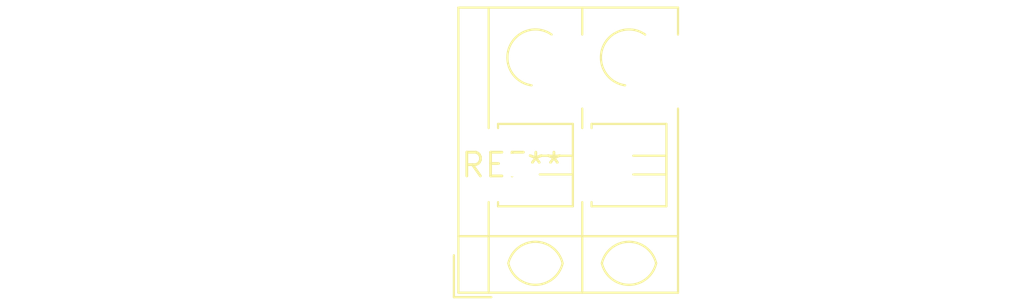
<source format=kicad_pcb>
(kicad_pcb (version 20240108) (generator pcbnew)
  (layers (0 "F.Cu" signal) (31 "B.Cu" signal) (34 "B.Paste" user) (35 "F.Paste" user) (36 "B.SilkS" user "B.Silkscreen") (37 "F.SilkS" user "F.Silkscreen") (38 "B.Mask" user) (39 "F.Mask" user) (44 "Edge.Cuts" user))
  (net 0 "")
  (footprint "TerminalBlock_WAGO_804-102_1x02_P5.00mm_45Degree" (layer "F.Cu") (at 0 0)
    (property "Reference" "REF**")
    (property "Value" "TerminalBlock_WAGO_804-102_1x02_P5.00mm_45Degree")
    (fp_line (start -3.11 4.82) (end -3.11 7.06) (layer "F.SilkS") (stroke (width 0.12)))
    (fp_line (start -3.11 7.06) (end -1.11 7.06) (layer "F.SilkS") (stroke (width 0.12)))
    (fp_line (start -2.87 -8.42) (end -2.87 6.82) (layer "F.SilkS") (stroke (width 0.12)))
    (fp_line (start -2.87 -8.42) (end 8.87 -8.42) (layer "F.SilkS") (stroke (width 0.12)))
    (fp_line (start -2.87 3.8) (end 8.87 3.8) (layer "F.SilkS") (stroke (width 0.12)))
    (fp_line (start -2.87 6.82) (end 8.87 6.82) (layer "F.SilkS") (stroke (width 0.12)))
    (fp_line (start -1.25 -8.42) (end -1.25 -1.98) (layer "F.SilkS") (stroke (width 0.12)))
    (fp_line (start -1.25 1.98) (end -1.25 6.82) (layer "F.SilkS") (stroke (width 0.12)))
    (fp_line (start -0.75 -2.2) (end -0.75 -1.98) (layer "F.SilkS") (stroke (width 0.12)))
    (fp_line (start -0.75 -2.2) (end 3.25 -2.2) (layer "F.SilkS") (stroke (width 0.12)))
    (fp_line (start -0.75 1.98) (end -0.75 2.2) (layer "F.SilkS") (stroke (width 0.12)))
    (fp_line (start -0.75 2.2) (end 3.25 2.2) (layer "F.SilkS") (stroke (width 0.12)))
    (fp_line (start 1.48 -0.5) (end 3.25 -0.5) (layer "F.SilkS") (stroke (width 0.12)))
    (fp_line (start 1.48 0.5) (end 3.25 0.5) (layer "F.SilkS") (stroke (width 0.12)))
    (fp_line (start 3.25 -2.2) (end 3.25 2.2) (layer "F.SilkS") (stroke (width 0.12)))
    (fp_line (start 3.25 -0.5) (end 3.25 0.5) (layer "F.SilkS") (stroke (width 0.12)))
    (fp_line (start 3.75 -8.42) (end 3.75 -6.98) (layer "F.SilkS") (stroke (width 0.12)))
    (fp_line (start 3.75 -3.02) (end 3.75 -1.98) (layer "F.SilkS") (stroke (width 0.12)))
    (fp_line (start 3.75 1.98) (end 3.75 6.82) (layer "F.SilkS") (stroke (width 0.12)))
    (fp_line (start 4.25 -2.2) (end 4.25 -1.98) (layer "F.SilkS") (stroke (width 0.12)))
    (fp_line (start 4.25 -2.2) (end 8.25 -2.2) (layer "F.SilkS") (stroke (width 0.12)))
    (fp_line (start 4.25 1.98) (end 4.25 2.2) (layer "F.SilkS") (stroke (width 0.12)))
    (fp_line (start 4.25 2.2) (end 8.25 2.2) (layer "F.SilkS") (stroke (width 0.12)))
    (fp_line (start 6.48 -0.5) (end 8.25 -0.5) (layer "F.SilkS") (stroke (width 0.12)))
    (fp_line (start 6.48 0.5) (end 8.25 0.5) (layer "F.SilkS") (stroke (width 0.12)))
    (fp_line (start 8.25 -2.2) (end 8.25 2.2) (layer "F.SilkS") (stroke (width 0.12)))
    (fp_line (start 8.25 -0.5) (end 8.25 0.5) (layer "F.SilkS") (stroke (width 0.12)))
    (fp_line (start 8.87 -8.42) (end 8.87 -6.98) (layer "F.SilkS") (stroke (width 0.12)))
    (fp_line (start 8.87 -3.02) (end 8.87 6.82) (layer "F.SilkS") (stroke (width 0.12)))
    (fp_arc (start -0.200865 5.250424) (mid 1.250296 4.099926) (end 2.701 5.251) (layer "F.SilkS") (stroke (width 0.12)))
    (fp_arc (start 1.040798 -4.264067) (mid -0.146039 -6.300306) (end 2.111 -6.979) (layer "F.SilkS") (stroke (width 0.12)))
    (fp_arc (start 2.7 5.25) (mid 1.250068 6.400101) (end -0.199969 5.250133) (layer "F.SilkS") (stroke (width 0.12)))
    (fp_arc (start 4.799135 5.250424) (mid 6.250296 4.099926) (end 7.701 5.251) (layer "F.SilkS") (stroke (width 0.12)))
    (fp_arc (start 6.040798 -4.264067) (mid 4.853961 -6.300306) (end 7.111 -6.979) (layer "F.SilkS") (stroke (width 0.12)))
    (fp_arc (start 7.7 5.25) (mid 6.250068 6.400101) (end 4.800031 5.250133) (layer "F.SilkS") (stroke (width 0.12)))
    (pad "1" thru_hole rect (at 0 0) (size 2 3) (drill 1.2) (layers *.Cu *.Mask) (remove_unused_layers))
    (pad "1" thru_hole rect (at 2.5 -5) (size 2 3) (drill 1.2) (layers *.Cu *.Mask) (remove_unused_layers))
    (pad "2" thru_hole oval (at 5 0) (size 2 3) (drill 1.2) (layers *.Cu *.Mask) (remove_unused_layers))
    (pad "2" thru_hole oval (at 7.5 -5) (size 2 3) (drill 1.2) (layers *.Cu *.Mask) (remove_unused_layers))
  )
)
</source>
